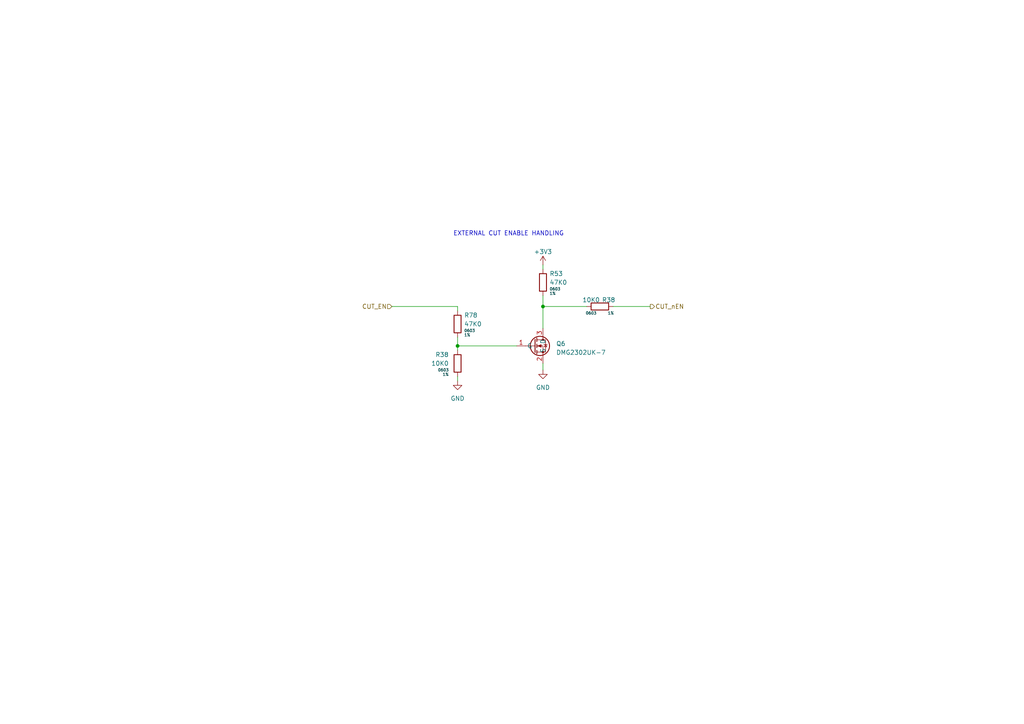
<source format=kicad_sch>
(kicad_sch (version 20230121) (generator eeschema)
  (paper "A4")
  (title_block (company "Rack Robotics, Inc.") (comment 1 "Engineering by DragonFly Power Systems") (comment 2 "Design by Rack Robotics, Inc."))
  (lib_symbols
    (symbol "0603_RES:10K0"
      (property "Reference" "R" (at 1.27 2.54 0))
      (property "Value" "10K0" (at 1.27 0.635 0))
      (property "Package Size" "0603" (at 1.27 -1.27 0))
      (property "Tolerance" "1%" (at 1.27 -2.54 0))
      (symbol "10K0_0_1"
        (rectangle (start -1.016 2.54) (end 1.016 -2.54) (stroke (width 0.254)))
      )
      (symbol "10K0_1_1"
        (pin passive line (at 0 3.81 270) (length 1.27) (name "~") (number "1"))
        (pin passive line (at 0 -3.81 90) (length 1.27) (name "~") (number "2"))
      )
    )
    (symbol "0603_RES:47K0"
      (property "Reference" "R" (at 1.27 2.54 0))
      (property "Value" "47K0" (at 1.27 0.635 0))
      (property "Package Size" "0603" (at 1.27 -1.27 0))
      (property "Tolerance" "1%" (at 1.27 -2.54 0))
      (symbol "47K0_0_1"
        (rectangle (start -1.016 2.54) (end 1.016 -2.54) (stroke (width 0.254)))
      )
      (symbol "47K0_1_1"
        (pin passive line (at 0 3.81 270) (length 1.27) (name "~") (number "1"))
        (pin passive line (at 0 -3.81 90) (length 1.27) (name "~") (number "2"))
      )
    )
    (symbol "SIGNAL_FETS:DMG2302UK-7"
      (property "Reference" "Q" (at 1.27 5.08 0))
      (property "Value" "DMG2302UK-7" (at 1.27 2.54 0))
      (symbol "DMG2302UK-7_0_1"
        (circle (center -0.889 0) (radius 2.794) (stroke (width 0.254)))
        (circle (center 0 -1.778) (radius 0.254) (fill (type outline)))
        (polyline (pts (xy -2.286 0) (xy -5.08 0)))
        (polyline (pts (xy -2.286 1.905) (xy -2.286 -1.905)) (stroke (width 0.254)))
        (polyline (pts (xy -1.778 -1.27) (xy -1.778 -2.286)) (stroke (width 0.254)))
        (polyline (pts (xy -1.778 0.508) (xy -1.778 -0.508)) (stroke (width 0.254)))
        (polyline (pts (xy -1.778 2.286) (xy -1.778 1.27)) (stroke (width 0.254)))
        (polyline (pts (xy 0 2.54) (xy 0 1.778)))
        (polyline (pts (xy 0 -2.54) (xy 0 0) (xy -1.778 0)))
        (polyline (pts (xy -1.778 -1.778) (xy 0.762 -1.778) (xy 0.762 1.778) (xy -1.778 1.778)))
        (polyline (pts (xy -1.524 0) (xy -0.508 0.381) (xy -0.508 -0.381) (xy -1.524 0)) (fill (type outline)))
        (polyline (pts (xy 0.254 0.508) (xy 0.381 0.381) (xy 1.143 0.381) (xy 1.27 0.254)))
        (polyline (pts (xy 0.762 0.381) (xy 0.381 -0.254) (xy 1.143 -0.254) (xy 0.762 0.381)))
        (circle (center 0 1.778) (radius 0.254) (fill (type outline)))
      )
      (symbol "DMG2302UK-7_1_1"
        (pin passive line (at -7.62 0 0) (length 2.54) (name "G") (number "1"))
        (pin passive line (at 0 -5.08 90) (length 2.54) (name "S") (number "2"))
        (pin passive line (at 0 5.08 270) (length 2.54) (name "D") (number "3"))
      )
    )
    (symbol "power:+3V3" (power) (pin_names (offset 0))
      (property "Value" "+3V3" (at 0 3.556 0))
      (symbol "+3V3_0_1"
        (polyline (pts (xy -0.762 1.27) (xy 0 2.54)))
        (polyline (pts (xy 0 0) (xy 0 2.54)))
        (polyline (pts (xy 0 2.54) (xy 0.762 1.27)))
      )
      (symbol "+3V3_1_1"
        (pin power_in line (at 0 0 90) (length 0) hide (name "+3V3") (number "1"))
      )
    )
    (symbol "power:GND" (power) (pin_names (offset 0))
      (property "Value" "GND" (at 0 -3.81 0))
      (symbol "GND_0_1"
        (polyline (pts (xy 0 0) (xy 0 -1.27) (xy 1.27 -1.27) (xy 0 -2.54) (xy -1.27 -1.27) (xy 0 -1.27)))
      )
      (symbol "GND_1_1"
        (pin power_in line (at 0 0 270) (length 0) hide (name "GND") (number "1"))
      )
    )
  )
  (junction (at 157.48 88.9))
  (junction (at 132.715 100.33))
  (wire (pts (xy 157.48 85.725) (xy 157.48 88.9)))
  (wire (pts (xy 132.715 88.9) (xy 132.715 90.17)))
  (wire (pts (xy 132.715 100.33) (xy 149.86 100.33)))
  (wire (pts (xy 113.665 88.9) (xy 132.715 88.9)))
  (wire (pts (xy 132.715 100.33) (xy 132.715 101.6)))
  (wire (pts (xy 157.48 105.41) (xy 157.48 107.315)))
  (wire (pts (xy 157.48 76.835) (xy 157.48 78.105)))
  (wire (pts (xy 157.48 95.25) (xy 157.48 88.9)))
  (wire (pts (xy 177.8 88.9) (xy 188.595 88.9)))
  (wire (pts (xy 132.715 109.22) (xy 132.715 110.49)))
  (wire (pts (xy 157.48 88.9) (xy 170.18 88.9)))
  (wire (pts (xy 132.715 97.79) (xy 132.715 100.33)))
  (text "EXTERNAL CUT ENABLE HANDLING" (at 131.445 68.58 0) (effects (font (size 1.27 1.27)) (justify left bottom)))
  (hierarchical_label "CUT_EN" (shape input) (at 113.665 88.9 180))
  (hierarchical_label "CUT_nEN" (shape output) (at 188.595 88.9 0))
  (symbol (lib_id "0603_RES:47K0") (at 157.48 81.915 0) (unit 1)
    (property "Reference" "R53" (at 159.385 79.375 0) (effects (justify left)))
    (property "Value" "47K0" (at 159.385 81.915 0) (effects (justify left)))
    (property "Footprint" "Resistor_SMD:R_0603_1608Metric" (effects hide))
    (property "Datasheet" "https://www.seielect.com/Catalog/SEI-RMCF_RMCP.pdf" (effects hide))
    (property "Package Size" "0603" (at 159.385 83.82 0) (effects (font (size 0.8 0.8)) (justify left)))
    (property "Tolerance" "1%" (at 159.385 85.09 0) (effects (font (size 0.8 0.8)) (justify left)))
    (property "Part Number" "RMCF0603FT47K0" (effects hide))
    (property "Manufacturer" "Stackpole" (effects hide))
  )
  (symbol (lib_id "0603_RES:10K0") (at 173.99 88.9 270) (mirror x) (unit 1)
    (property "Reference" "R38" (at 176.53 86.995 90))
    (property "Value" "10K0" (at 171.45 86.995 90))
    (property "Footprint" "Resistor_SMD:R_0603_1608Metric" (effects hide))
    (property "Datasheet" "https://www.seielect.com/Catalog/SEI-RMCF_RMCP.pdf" (effects hide))
    (property "Package Size" "0603" (at 171.45 90.805 90) (effects (font (size 0.8 0.8))))
    (property "Tolerance" "1%" (at 177.165 90.805 90) (effects (font (size 0.8 0.8))))
    (property "Part Number" "RMCF0603FT10K0" (effects hide))
    (property "Manufacturer" "Stackpole" (effects hide))
    (instances (project "POWERCORE-V2.0_MOTHERBOARD" (path "" (reference "R38") (unit 1)) (path "" (reference "R82") (unit 1))))
  )
  (symbol (lib_id "power:GND") (at 132.715 110.49 0) (mirror y) (unit 1)
    (property "Reference" "#PWR091" (effects hide))
    (property "Value" "GND" (at 132.715 115.57 0))
  )
  (symbol (lib_id "SIGNAL_FETS:DMG2302UK-7") (at 157.48 100.33 0) (unit 1)
    (property "Reference" "Q6" (at 161.29 99.695 0) (effects (justify left)))
    (property "Value" "DMG2302UK-7" (at 161.29 102.235 0) (effects (justify left)))
    (property "Footprint" "SOT:SOT-23-3" (effects hide))
    (property "Datasheet" "https://www.diodes.com/assets/Datasheets/DMG2301L.pdf" (effects hide))
    (property "Manufacturer" "Diodes Inc" (effects hide))
    (property "Part Number" "DMG2302UK-7" (effects hide))
    (instances (project "POWERCORE-V2.0_MOTHERBOARD" (path "" (reference "Q6") (unit 1)) (path "" (reference "Q7") (unit 1))))
  )
  (symbol (lib_id "power:+3V3") (at 157.48 76.835 0) (mirror y) (unit 1)
    (property "Reference" "#PWR020" (effects hide))
    (property "Value" "+3V3" (at 157.48 73.025 0))
    (instances (project "POWERCORE-V2.0_MOTHERBOARD" (path "" (reference "#PWR020") (unit 1)) (path "" (reference "#PWR092") (unit 1))))
  )
  (symbol (lib_id "0603_RES:10K0") (at 132.715 105.41 0) (mirror y) (unit 1)
    (property "Reference" "R38" (at 130.175 102.87 0) (effects (justify left)))
    (property "Value" "10K0" (at 130.175 105.41 0) (effects (justify left)))
    (property "Footprint" "Resistor_SMD:R_0603_1608Metric" (effects hide))
    (property "Datasheet" "https://www.seielect.com/Catalog/SEI-RMCF_RMCP.pdf" (effects hide))
    (property "Package Size" "0603" (at 130.175 107.315 0) (effects (font (size 0.8 0.8)) (justify left)))
    (property "Tolerance" "1%" (at 130.175 108.585 0) (effects (font (size 0.8 0.8)) (justify left)))
    (property "Part Number" "RMCF0603FT10K0" (effects hide))
    (property "Manufacturer" "Stackpole" (effects hide))
    (instances (project "POWERCORE-V2.0_MOTHERBOARD" (path "" (reference "R38") (unit 1)) (path "" (reference "R79") (unit 1))))
  )
  (symbol (lib_id "0603_RES:47K0") (at 132.715 93.98 0) (unit 1)
    (property "Reference" "R78" (at 134.62 91.44 0) (effects (justify left)))
    (property "Value" "47K0" (at 134.62 93.98 0) (effects (justify left)))
    (property "Footprint" "Resistor_SMD:R_0603_1608Metric" (effects hide))
    (property "Datasheet" "https://www.seielect.com/Catalog/SEI-RMCF_RMCP.pdf" (effects hide))
    (property "Package Size" "0603" (at 134.62 95.885 0) (effects (font (size 0.8 0.8)) (justify left)))
    (property "Tolerance" "1%" (at 134.62 97.155 0) (effects (font (size 0.8 0.8)) (justify left)))
    (property "Part Number" "RMCF0603FT47K0" (effects hide))
    (property "Manufacturer" "Stackpole" (effects hide))
  )
  (symbol (lib_id "power:GND") (at 157.48 107.315 0) (mirror y) (unit 1)
    (property "Reference" "#PWR090" (effects hide))
    (property "Value" "GND" (at 157.48 112.395 0))
  )
)
</source>
